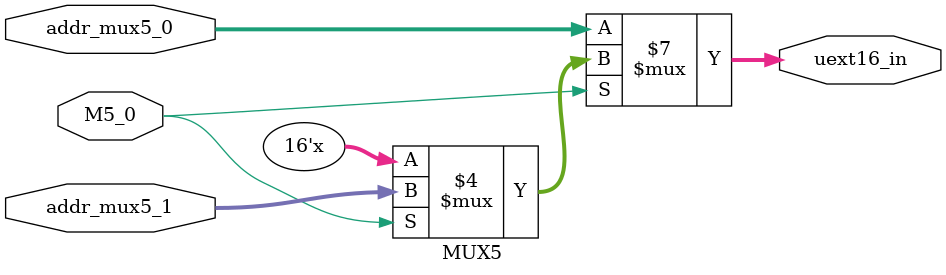
<source format=v>
`timescale 1ns / 1ps

//×÷ÓÃ£º¸ù¾ÝÐÅºÅÀ´Ñ¡Ôñ
//addr_mux5_0,addr_mux5_1:·Ö±ðÊäÈëµ½0ºÍ1¶ËµÄµØÖ·
//0-inst 1-dm_data
//M5_0£ºMUX5µÄ¿ØÖÆÐÅºÅ
//uext16_in£º´«ËÍµ½uext16µÄÊý¾Ý
module MUX5(
    input [15:0]addr_mux5_0,addr_mux5_1,
    input M5_0,
    output reg[15:0]uext16_in
    );
    always@(*)
    begin
        if(M5_0==1'b0)
            uext16_in<=addr_mux5_0;
        else if(M5_0==1'b1)
            uext16_in<=addr_mux5_1;
        else;
    end
    
endmodule

</source>
